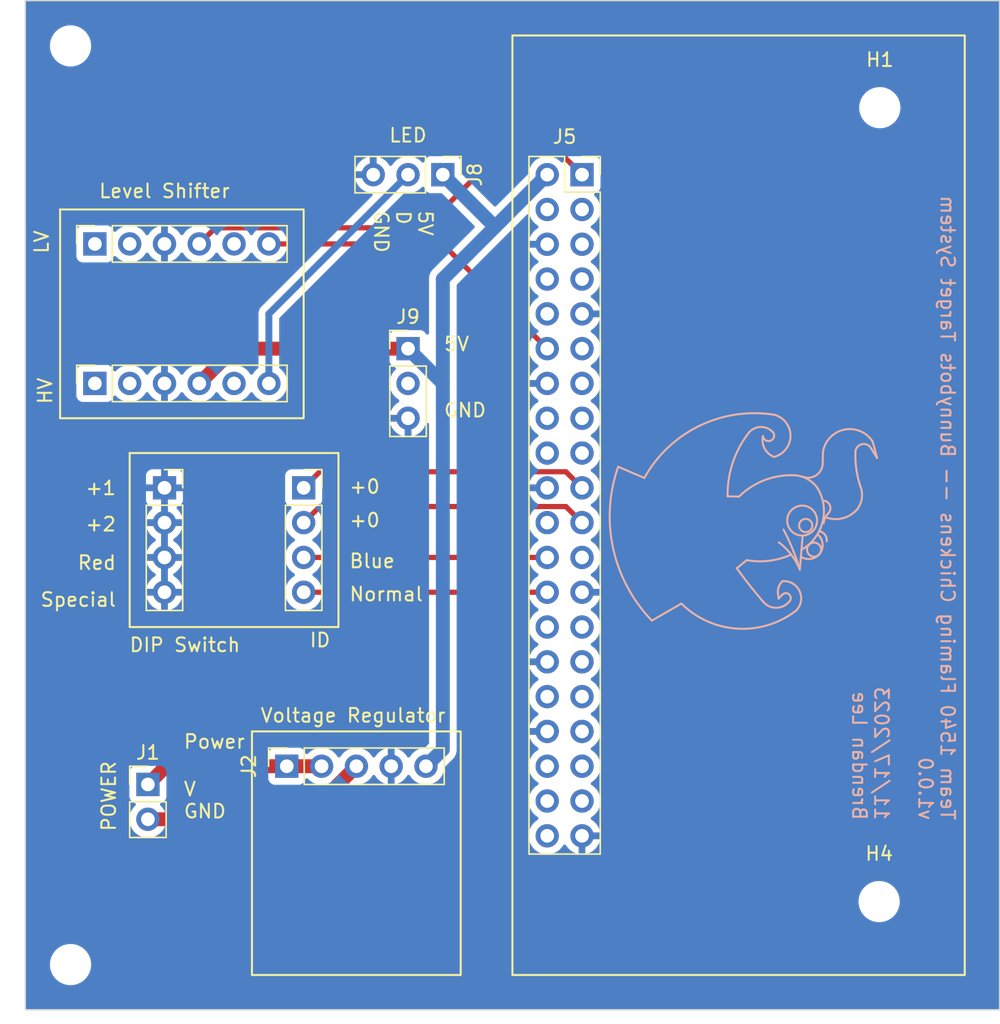
<source format=kicad_pcb>
(kicad_pcb (version 20221018) (generator pcbnew)
  (layers (0 "F.Cu" signal) (31 "B.Cu" signal) (34 "B.Paste" user) (35 "F.Paste" user) (36 "B.SilkS" user "B.Silkscreen") (37 "F.SilkS" user "F.Silkscreen") (38 "B.Mask" user) (39 "F.Mask" user) (44 "Edge.Cuts" user))
  (net 0 "")
  (net 1 "+6V")
  (net 2 "GND")
  (net 3 "GND1")
  (net 4 "+5V")
  (net 5 "Net-(J3-Pin_1)")
  (net 6 "Net-(J3-Pin_2)")
  (net 7 "Net-(J3-Pin_3)")
  (net 8 "Net-(J3-Pin_4)")
  (net 9 "+3.3V")
  (net 17 "Net-(J5-GPIO18{slash}PWM0)")
  (net 42 "/LEDData")
  (footprint "Connector_PinHeader_2.54mm:PinHeader_1x02_P2.54mm_Vertical" (layer "F.Cu") (at 118.17 135.95)
    (fp_text reference "J1" (at 0 -2.33) (layer "F.SilkS"))
    (fp_text value "Conn_01x02")
    (fp_line (start -1.33 -1.33) (end 0 -1.33) (stroke (width 0.12)) (layer "F.SilkS"))
    (fp_line (start -1.33 0) (end -1.33 -1.33) (stroke (width 0.12)) (layer "F.SilkS"))
    (fp_line (start -1.33 1.27) (end -1.33 3.87) (stroke (width 0.12)) (layer "F.SilkS"))
    (fp_line (start -1.33 1.27) (end 1.33 1.27) (stroke (width 0.12)) (layer "F.SilkS"))
    (fp_line (start -1.33 3.87) (end 1.33 3.87) (stroke (width 0.12)) (layer "F.SilkS"))
    (fp_line (start 1.33 1.27) (end 1.33 3.87) (stroke (width 0.12)) (layer "F.SilkS"))
    (pad "1" thru_hole rect (at 0 0) (size 1.7 1.7) (drill 1) (layers "*.Cu" "*.Mask") (net 1 "+6V"))
    (pad "2" thru_hole oval (at 0 2.54) (size 1.7 1.7) (drill 1) (layers "*.Cu" "*.Mask") (net 2 "GND"))
  )
  (footprint "Connector_PinHeader_2.54mm:PinHeader_1x03_P2.54mm_Vertical" (layer "F.Cu") (at 139.7 91.44 -90)
    (fp_text reference "J8" (at 0 -2.33 90) (layer "F.SilkS"))
    (fp_text value "Conn_01x03" hide)
    (fp_line (start -1.33 -1.33) (end 0 -1.33) (stroke (width 0.12)) (layer "F.SilkS"))
    (fp_line (start -1.33 0) (end -1.33 -1.33) (stroke (width 0.12)) (layer "F.SilkS"))
    (fp_line (start -1.33 1.27) (end -1.33 6.41) (stroke (width 0.12)) (layer "F.SilkS"))
    (fp_line (start -1.33 1.27) (end 1.33 1.27) (stroke (width 0.12)) (layer "F.SilkS"))
    (fp_line (start -1.33 6.41) (end 1.33 6.41) (stroke (width 0.12)) (layer "F.SilkS"))
    (fp_line (start 1.33 1.27) (end 1.33 6.41) (stroke (width 0.12)) (layer "F.SilkS"))
    (pad "1" thru_hole rect (at 0 0 270) (size 1.7 1.7) (drill 1) (layers "*.Cu" "*.Mask") (net 4 "+5V"))
    (pad "2" thru_hole oval (at 0 2.54 270) (size 1.7 1.7) (drill 1) (layers "*.Cu" "*.Mask") (net 42 "/LEDData"))
    (pad "3" thru_hole oval (at 0 5.08 270) (size 1.7 1.7) (drill 1) (layers "*.Cu" "*.Mask") (net 3 "GND1"))
  )
  (footprint "MountingHole:MountingHole_2.5mm" (layer "F.Cu") (at 171.55 144.5)
    (fp_text reference "H4" (at 0 -3.5) (layer "F.SilkS"))
    (fp_text value "MountingHole")
    (pad "" np_thru_hole circle (at 0 0) (size 2.5 2.5) (drill 2.5) (layers "*.Cu" "*.Mask"))
  )
  (footprint "Connector_PinSocket_2.54mm:PinSocket_1x06_P2.54mm_Vertical" (layer "F.Cu") (at 114.3 106.68 90)
    (fp_text reference "J7" hide)
    (fp_text value "Conn_01x06" hide)
    (fp_line (start -1.33 1.27) (end -1.33 14.03) (stroke (width 0.12)) (layer "F.SilkS"))
    (fp_line (start -1.33 1.27) (end 1.33 1.27) (stroke (width 0.12)) (layer "F.SilkS"))
    (fp_line (start -1.33 14.03) (end 1.33 14.03) (stroke (width 0.12)) (layer "F.SilkS"))
    (fp_line (start 0 -1.33) (end 1.33 -1.33) (stroke (width 0.12)) (layer "F.SilkS"))
    (fp_line (start 1.33 -1.33) (end 1.33 0) (stroke (width 0.12)) (layer "F.SilkS"))
    (fp_line (start 1.33 1.27) (end 1.33 14.03) (stroke (width 0.12)) (layer "F.SilkS"))
    (pad "1" thru_hole rect (at 0 0 90) (size 1.7 1.7) (drill 1) (layers "*.Cu" "*.Mask"))
    (pad "2" thru_hole oval (at 0 2.54 90) (size 1.7 1.7) (drill 1) (layers "*.Cu" "*.Mask"))
    (pad "3" thru_hole oval (at 0 5.08 90) (size 1.7 1.7) (drill 1) (layers "*.Cu" "*.Mask") (net 3 "GND1"))
    (pad "4" thru_hole oval (at 0 7.62 90) (size 1.7 1.7) (drill 1) (layers "*.Cu" "*.Mask") (net 4 "+5V"))
    (pad "5" thru_hole oval (at 0 10.16 90) (size 1.7 1.7) (drill 1) (layers "*.Cu" "*.Mask"))
    (pad "6" thru_hole oval (at 0 12.7 90) (size 1.7 1.7) (drill 1) (layers "*.Cu" "*.Mask") (net 42 "/LEDData"))
  )
  (footprint "Connector_PinSocket_2.54mm:PinSocket_2x20_P2.54mm_Vertical" (layer "F.Cu") (at 149.86 91.44)
    (fp_text reference "J5" (at -1.27 -2.77) (layer "F.SilkS"))
    (fp_text value "Raspberry_Pi_2_3")
    (fp_line (start -3.87 -1.33) (end -3.87 49.59) (stroke (width 0.12)) (layer "F.SilkS"))
    (fp_line (start -3.87 -1.33) (end -1.27 -1.33) (stroke (width 0.12)) (layer "F.SilkS"))
    (fp_line (start -3.87 49.59) (end 1.33 49.59) (stroke (width 0.12)) (layer "F.SilkS"))
    (fp_line (start -1.27 -1.33) (end -1.27 1.27) (stroke (width 0.12)) (layer "F.SilkS"))
    (fp_line (start -1.27 1.27) (end 1.33 1.27) (stroke (width 0.12)) (layer "F.SilkS"))
    (fp_line (start 0 -1.33) (end 1.33 -1.33) (stroke (width 0.12)) (layer "F.SilkS"))
    (fp_line (start 1.33 -1.33) (end 1.33 0) (stroke (width 0.12)) (layer "F.SilkS"))
    (fp_line (start 1.33 1.27) (end 1.33 49.59) (stroke (width 0.12)) (layer "F.SilkS"))
    (pad "1" thru_hole rect (at 0 0) (size 1.7 1.7) (drill 1) (layers "*.Cu" "*.Mask") (net 9 "+3.3V"))
    (pad "2" thru_hole oval (at -2.54 0) (size 1.7 1.7) (drill 1) (layers "*.Cu" "*.Mask") (net 4 "+5V"))
    (pad "3" thru_hole oval (at 0 2.54) (size 1.7 1.7) (drill 1) (layers "*.Cu" "*.Mask"))
    (pad "4" thru_hole oval (at -2.54 2.54) (size 1.7 1.7) (drill 1) (layers "*.Cu" "*.Mask"))
    (pad "5" thru_hole oval (at 0 5.08) (size 1.7 1.7) (drill 1) (layers "*.Cu" "*.Mask"))
    (pad "6" thru_hole oval (at -2.54 5.08) (size 1.7 1.7) (drill 1) (layers "*.Cu" "*.Mask") (net 3 "GND1"))
    (pad "7" thru_hole oval (at 0 7.62) (size 1.7 1.7) (drill 1) (layers "*.Cu" "*.Mask"))
    (pad "8" thru_hole oval (at -2.54 7.62) (size 1.7 1.7) (drill 1) (layers "*.Cu" "*.Mask"))
    (pad "9" thru_hole oval (at 0 10.16) (size 1.7 1.7) (drill 1) (layers "*.Cu" "*.Mask") (net 3 "GND1"))
    (pad "10" thru_hole oval (at -2.54 10.16) (size 1.7 1.7) (drill 1) (layers "*.Cu" "*.Mask"))
    (pad "11" thru_hole oval (at 0 12.7) (size 1.7 1.7) (drill 1) (layers "*.Cu" "*.Mask"))
    (pad "12" thru_hole oval (at -2.54 12.7) (size 1.7 1.7) (drill 1) (layers "*.Cu" "*.Mask") (net 17 "Net-(J5-GPIO18{slash}PWM0)"))
    (pad "13" thru_hole oval (at 0 15.24) (size 1.7 1.7) (drill 1) (layers "*.Cu" "*.Mask"))
    (pad "14" thru_hole oval (at -2.54 15.24) (size 1.7 1.7) (drill 1) (layers "*.Cu" "*.Mask") (net 3 "GND1"))
    (pad "15" thru_hole oval (at 0 17.78) (size 1.7 1.7) (drill 1) (layers "*.Cu" "*.Mask"))
    (pad "16" thru_hole oval (at -2.54 17.78) (size 1.7 1.7) (drill 1) (layers "*.Cu" "*.Mask"))
    (pad "17" thru_hole oval (at 0 20.32) (size 1.7 1.7) (drill 1) (layers "*.Cu" "*.Mask"))
    (pad "18" thru_hole oval (at -2.54 20.32) (size 1.7 1.7) (drill 1) (layers "*.Cu" "*.Mask"))
    (pad "19" thru_hole oval (at 0 22.86) (size 1.7 1.7) (drill 1) (layers "*.Cu" "*.Mask") (net 5 "Net-(J3-Pin_1)"))
    (pad "20" thru_hole oval (at -2.54 22.86) (size 1.7 1.7) (drill 1) (layers "*.Cu" "*.Mask") (net 3 "GND1"))
    (pad "21" thru_hole oval (at 0 25.4) (size 1.7 1.7) (drill 1) (layers "*.Cu" "*.Mask") (net 6 "Net-(J3-Pin_2)"))
    (pad "22" thru_hole oval (at -2.54 25.4) (size 1.7 1.7) (drill 1) (layers "*.Cu" "*.Mask"))
    (pad "23" thru_hole oval (at 0 27.94) (size 1.7 1.7) (drill 1) (layers "*.Cu" "*.Mask"))
    (pad "24" thru_hole oval (at -2.54 27.94) (size 1.7 1.7) (drill 1) (layers "*.Cu" "*.Mask") (net 7 "Net-(J3-Pin_3)"))
    (pad "25" thru_hole oval (at 0 30.48) (size 1.7 1.7) (drill 1) (layers "*.Cu" "*.Mask") (net 3 "GND1"))
    (pad "26" thru_hole oval (at -2.54 30.48) (size 1.7 1.7) (drill 1) (layers "*.Cu" "*.Mask") (net 8 "Net-(J3-Pin_4)"))
    (pad "27" thru_hole oval (at 0 33.02) (size 1.7 1.7) (drill 1) (layers "*.Cu" "*.Mask"))
    (pad "28" thru_hole oval (at -2.54 33.02) (size 1.7 1.7) (drill 1) (layers "*.Cu" "*.Mask"))
    (pad "29" thru_hole oval (at 0 35.56) (size 1.7 1.7) (drill 1) (layers "*.Cu" "*.Mask"))
    (pad "30" thru_hole oval (at -2.54 35.56) (size 1.7 1.7) (drill 1) (layers "*.Cu" "*.Mask") (net 3 "GND1"))
    (pad "31" thru_hole oval (at 0 38.1) (size 1.7 1.7) (drill 1) (layers "*.Cu" "*.Mask"))
    (pad "32" thru_hole oval (at -2.54 38.1) (size 1.7 1.7) (drill 1) (layers "*.Cu" "*.Mask"))
    (pad "33" thru_hole oval (at 0 40.64) (size 1.7 1.7) (drill 1) (layers "*.Cu" "*.Mask"))
    (pad "34" thru_hole oval (at -2.54 40.64) (size 1.7 1.7) (drill 1) (layers "*.Cu" "*.Mask") (net 3 "GND1"))
    (pad "35" thru_hole oval (at 0 43.18) (size 1.7 1.7) (drill 1) (layers "*.Cu" "*.Mask"))
    (pad "36" thru_hole oval (at -2.54 43.18) (size 1.7 1.7) (drill 1) (layers "*.Cu" "*.Mask"))
    (pad "37" thru_hole oval (at 0 45.72) (size 1.7 1.7) (drill 1) (layers "*.Cu" "*.Mask"))
    (pad "38" thru_hole oval (at -2.54 45.72) (size 1.7 1.7) (drill 1) (layers "*.Cu" "*.Mask"))
    (pad "39" thru_hole oval (at 0 48.26) (size 1.7 1.7) (drill 1) (layers "*.Cu" "*.Mask") (net 3 "GND1"))
    (pad "40" thru_hole oval (at -2.54 48.26) (size 1.7 1.7) (drill 1) (layers "*.Cu" "*.Mask"))
  )
  (footprint "Connector_PinSocket_2.54mm:PinSocket_1x05_P2.54mm_Vertical" (layer "F.Cu") (at 128.31 134.62 90)
    (fp_text reference "J2" (at 0 -2.77 90) (layer "F.SilkS"))
    (fp_text value "Conn_01x05")
    (fp_line (start -1.33 1.27) (end -1.33 11.49) (stroke (width 0.12)) (layer "F.SilkS"))
    (fp_line (start -1.33 1.27) (end 1.33 1.27) (stroke (width 0.12)) (layer "F.SilkS"))
    (fp_line (start -1.33 11.49) (end 1.33 11.49) (stroke (width 0.12)) (layer "F.SilkS"))
    (fp_line (start 0 -1.33) (end 1.33 -1.33) (stroke (width 0.12)) (layer "F.SilkS"))
    (fp_line (start 1.33 -1.33) (end 1.33 0) (stroke (width 0.12)) (layer "F.SilkS"))
    (fp_line (start 1.33 1.27) (end 1.33 11.49) (stroke (width 0.12)) (layer "F.SilkS"))
    (pad "1" thru_hole rect (at 0 0 90) (size 1.7 1.7) (drill 1) (layers "*.Cu" "*.Mask") (net 1 "+6V"))
    (pad "2" thru_hole oval (at 0 2.54 90) (size 1.7 1.7) (drill 1) (layers "*.Cu" "*.Mask") (net 1 "+6V"))
    (pad "3" thru_hole oval (at 0 5.08 90) (size 1.7 1.7) (drill 1) (layers "*.Cu" "*.Mask") (net 2 "GND"))
    (pad "4" thru_hole oval (at 0 7.62 90) (size 1.7 1.7) (drill 1) (layers "*.Cu" "*.Mask") (net 3 "GND1"))
    (pad "5" thru_hole oval (at 0 10.16 90) (size 1.7 1.7) (drill 1) (layers "*.Cu" "*.Mask") (net 4 "+5V"))
  )
  (footprint "Connector_PinHeader_2.54mm:PinHeader_1x03_P2.54mm_Vertical" (layer "F.Cu") (at 137.16 104.14)
    (fp_text reference "J9" (at 0 -2.33) (layer "F.SilkS"))
    (fp_text value "Conn_01x03" hide)
    (fp_line (start -1.33 -1.33) (end 0 -1.33) (stroke (width 0.12)) (layer "F.SilkS"))
    (fp_line (start -1.33 0) (end -1.33 -1.33) (stroke (width 0.12)) (layer "F.SilkS"))
    (fp_line (start -1.33 1.27) (end -1.33 6.41) (stroke (width 0.12)) (layer "F.SilkS"))
    (fp_line (start -1.33 1.27) (end 1.33 1.27) (stroke (width 0.12)) (layer "F.SilkS"))
    (fp_line (start -1.33 6.41) (end 1.33 6.41) (stroke (width 0.12)) (layer "F.SilkS"))
    (fp_line (start 1.33 1.27) (end 1.33 6.41) (stroke (width 0.12)) (layer "F.SilkS"))
    (pad "1" thru_hole rect (at 0 0) (size 1.7 1.7) (drill 1) (layers "*.Cu" "*.Mask") (net 4 "+5V"))
    (pad "2" thru_hole oval (at 0 2.54) (size 1.7 1.7) (drill 1) (layers "*.Cu" "*.Mask"))
    (pad "3" thru_hole oval (at 0 5.08) (size 1.7 1.7) (drill 1) (layers "*.Cu" "*.Mask") (net 3 "GND1"))
  )
  (footprint "Connector_PinSocket_2.54mm:PinSocket_1x04_P2.54mm_Vertical" (layer "F.Cu") (at 119.38 114.3)
    (fp_text reference "J4" hide)
    (fp_text value "Conn_01x04" hide)
    (fp_line (start -1.33 1.27) (end -1.33 8.95) (stroke (width 0.12)) (layer "F.SilkS"))
    (fp_line (start -1.33 1.27) (end 1.33 1.27) (stroke (width 0.12)) (layer "F.SilkS"))
    (fp_line (start -1.33 8.95) (end 1.33 8.95) (stroke (width 0.12)) (layer "F.SilkS"))
    (fp_line (start 0 -1.33) (end 1.33 -1.33) (stroke (width 0.12)) (layer "F.SilkS"))
    (fp_line (start 1.33 -1.33) (end 1.33 0) (stroke (width 0.12)) (layer "F.SilkS"))
    (fp_line (start 1.33 1.27) (end 1.33 8.95) (stroke (width 0.12)) (layer "F.SilkS"))
    (pad "1" thru_hole rect (at 0 0) (size 1.7 1.7) (drill 1) (layers "*.Cu" "*.Mask") (net 3 "GND1"))
    (pad "2" thru_hole oval (at 0 2.54) (size 1.7 1.7) (drill 1) (layers "*.Cu" "*.Mask") (net 3 "GND1"))
    (pad "3" thru_hole oval (at 0 5.08) (size 1.7 1.7) (drill 1) (layers "*.Cu" "*.Mask") (net 3 "GND1"))
    (pad "4" thru_hole oval (at 0 7.62) (size 1.7 1.7) (drill 1) (layers "*.Cu" "*.Mask") (net 3 "GND1"))
  )
  (footprint "MountingHole:MountingHole_2.5mm" (layer "F.Cu") (at 112.522 149.098)
    (fp_text reference "H3" hide)
    (fp_text value "MountingHole")
    (pad "" np_thru_hole circle (at 0 0) (size 2.5 2.5) (drill 2.5) (layers "*.Cu" "*.Mask"))
  )
  (footprint "Connector_PinSocket_2.54mm:PinSocket_1x04_P2.54mm_Vertical" (layer "F.Cu") (at 129.54 114.3)
    (fp_text reference "J3" hide)
    (fp_text value "Conn_01x04" hide)
    (fp_line (start -1.33 1.27) (end -1.33 8.95) (stroke (width 0.12)) (layer "F.SilkS"))
    (fp_line (start -1.33 1.27) (end 1.33 1.27) (stroke (width 0.12)) (layer "F.SilkS"))
    (fp_line (start -1.33 8.95) (end 1.33 8.95) (stroke (width 0.12)) (layer "F.SilkS"))
    (fp_line (start 0 -1.33) (end 1.33 -1.33) (stroke (width 0.12)) (layer "F.SilkS"))
    (fp_line (start 1.33 -1.33) (end 1.33 0) (stroke (width 0.12)) (layer "F.SilkS"))
    (fp_line (start 1.33 1.27) (end 1.33 8.95) (stroke (width 0.12)) (layer "F.SilkS"))
    (pad "1" thru_hole rect (at 0 0) (size 1.7 1.7) (drill 1) (layers "*.Cu" "*.Mask") (net 5 "Net-(J3-Pin_1)"))
    (pad "2" thru_hole oval (at 0 2.54) (size 1.7 1.7) (drill 1) (layers "*.Cu" "*.Mask") (net 6 "Net-(J3-Pin_2)"))
    (pad "3" thru_hole oval (at 0 5.08) (size 1.7 1.7) (drill 1) (layers "*.Cu" "*.Mask") (net 7 "Net-(J3-Pin_3)"))
    (pad "4" thru_hole oval (at 0 7.62) (size 1.7 1.7) (drill 1) (layers "*.Cu" "*.Mask") (net 8 "Net-(J3-Pin_4)"))
  )
  (footprint "Connector_PinSocket_2.54mm:PinSocket_1x06_P2.54mm_Vertical" (layer "F.Cu") (at 114.3 96.495 90)
    (fp_text reference "J6" hide)
    (fp_text value "Conn_01x06" hide)
    (fp_line (start -1.33 1.27) (end -1.33 14.03) (stroke (width 0.12)) (layer "F.SilkS"))
    (fp_line (start -1.33 1.27) (end 1.33 1.27) (stroke (width 0.12)) (layer "F.SilkS"))
    (fp_line (start -1.33 14.03) (end 1.33 14.03) (stroke (width 0.12)) (layer "F.SilkS"))
    (fp_line (start 0 -1.33) (end 1.33 -1.33) (stroke (width 0.12)) (layer "F.SilkS"))
    (fp_line (start 1.33 -1.33) (end 1.33 0) (stroke (width 0.12)) (layer "F.SilkS"))
    (fp_line (start 1.33 1.27) (end 1.33 14.03) (stroke (width 0.12)) (layer "F.SilkS"))
    (pad "1" thru_hole rect (at 0 0 90) (size 1.7 1.7) (drill 1) (layers "*.Cu" "*.Mask"))
    (pad "2" thru_hole oval (at 0 2.54 90) (size 1.7 1.7) (drill 1) (layers "*.Cu" "*.Mask"))
    (pad "3" thru_hole oval (at 0 5.08 90) (size 1.7 1.7) (drill 1) (layers "*.Cu" "*.Mask") (net 3 "GND1"))
    (pad "4" thru_hole oval (at 0 7.62 90) (size 1.7 1.7) (drill 1) (layers "*.Cu" "*.Mask") (net 9 "+3.3V"))
    (pad "5" thru_hole oval (at 0 10.16 90) (size 1.7 1.7) (drill 1) (layers "*.Cu" "*.Mask"))
    (pad "6" thru_hole oval (at 0 12.7 90) (size 1.7 1.7) (drill 1) (layers "*.Cu" "*.Mask") (net 17 "Net-(J5-GPIO18{slash}PWM0)"))
  )
  (footprint "MountingHole:MountingHole_2.5mm" (layer "F.Cu") (at 171.6 86.55)
    (fp_text reference "H1" (at 0 -3.5) (layer "F.SilkS"))
    (fp_text value "MountingHole")
    (pad "" np_thru_hole circle (at 0 0) (size 2.5 2.5) (drill 2.5) (layers "*.Cu" "*.Mask"))
  )
  (footprint "MountingHole:MountingHole_2.5mm" (layer "F.Cu") (at 112.522 82.042)
    (fp_text reference "H2" hide)
    (fp_text value "MountingHole")
    (pad "" np_thru_hole circle (at 0 0) (size 2.5 2.5) (drill 2.5) (layers "*.Cu" "*.Mask"))
  )
  (gr_arc (start 161.32 114.94) (mid 163.11276 113.7669) (end 165.22 113.38) (stroke (width 0.15)) (layer "B.SilkS"))
  (gr_line (start 171.08 110.93) (end 171.4 112.12) (stroke (width 0.15)) (layer "B.SilkS"))
  (gr_arc (start 160.49 114.92) (mid 160.83629 112.550413) (end 161.93 110.42) (stroke (width 0.15)) (layer "B.SilkS"))
  (gr_arc (start 170.19 114.21) (mid 170.28517 115.059475) (end 169.96 115.85) (stroke (width 0.15)) (layer "B.SilkS"))
  (gr_arc (start 164.97 122.62) (mid 164.012898 123.054814) (end 163.07 122.59) (stroke (width 0.15)) (layer "B.SilkS"))
  (gr_line (start 164.21 122.38) (end 164.16 121.96) (stroke (width 0.15)) (layer "B.SilkS"))
  (gr_line (start 165.96 117.88) (end 165.76 120.27) (stroke (width 0.15)) (layer "B.SilkS"))
  (gr_circle (center 166.19 117.05) (end 165.99 116.61) (stroke (width 0.15)) (fill none) (layer "B.SilkS"))
  (gr_arc (start 163.84 110.29) (mid 163.593709 110.869372) (end 163.07 110.52) (stroke (width 0.15)) (layer "B.SilkS"))
  (gr_line (start 160.49 114.92) (end 161.32 114.94) (stroke (width 0.15)) (layer "B.SilkS"))
  (gr_arc (start 167.43 112.56) (mid 166.946237 113.385715) (end 165.995603 113.495844) (stroke (width 0.15)) (layer "B.SilkS"))
  (gr_arc (start 164.5 121.110864) (mid 165.74035 121.837433) (end 165.496 123.254) (stroke (width 0.15)) (layer "B.SilkS"))
  (gr_arc (start 167.22 117.48) (mid 167.610619 117.742348) (end 167.72 118.2) (stroke (width 0.15)) (layer "B.SilkS"))
  (gr_arc (start 154.96 123.99) (mid 152.134524 118.724502) (end 152.5 112.76) (stroke (width 0.15)) (layer "B.SilkS"))
  (gr_line (start 154.96 123.99) (end 157.114 122.746) (stroke (width 0.15)) (layer "B.SilkS"))
  (gr_arc (start 169.82 111.63) (mid 170.332954 111.107924) (end 170.98 111.45) (stroke (width 0.15)) (layer "B.SilkS"))
  (gr_arc (start 164.57 117.35) (mid 165.238214 118.780163) (end 165.76 120.27) (stroke (width 0.15)) (layer "B.SilkS"))
  (gr_arc (start 165.22 113.38) (mid 166.284279 113.638249) (end 167.09 114.38) (stroke (width 0.15)) (layer "B.SilkS"))
  (gr_arc (start 169.96 115.85) (mid 168.874022 116.522573) (end 167.6 116.43) (stroke (width 0.15)) (layer "B.SilkS"))
  (gr_circle (center 165.93 116.69) (end 165.31 115.79) (stroke (width 0.15)) (fill none) (layer "B.SilkS"))
  (gr_arc (start 167.5 116.88) (mid 167.614964 116.486215) (end 167.85 116.15) (stroke (width 0.15)) (layer "B.SilkS"))
  (gr_arc (start 165.496 123.254) (mid 161.209376 124.577794) (end 157.114 122.746) (stroke (width 0.15)) (layer "B.SilkS"))
  (gr_arc (start 167.45 111.69) (mid 169.001672 110.052263) (end 171.08 110.93) (stroke (width 0.15)) (layer "B.SilkS"))
  (gr_line (start 171.4 112.12) (end 170.98 111.45) (stroke (width 0.15)) (layer "B.SilkS"))
  (gr_arc (start 161.93 110.42) (mid 162.851308 109.859983) (end 163.84 110.29) (stroke (width 0.15)) (layer "B.SilkS"))
  (gr_arc (start 167.11 117.74) (mid 167.233798 119.073583) (end 165.93 119.38) (stroke (width 0.15)) (layer "B.SilkS"))
  (gr_arc (start 163.88 112.04) (mid 163.190805 111.431459) (end 163.07 110.52) (stroke (width 0.15)) (layer "B.SilkS"))
  (gr_arc (start 163.86 108.96) (mid 165.08012 110.492116) (end 163.88 112.04) (stroke (width 0.15)) (layer "B.SilkS"))
  (gr_line (start 164.5 122.08) (end 164.21 122.38) (stroke (width 0.15)) (layer "B.SilkS"))
  (gr_line (start 167.43 112.56) (end 167.45 111.69) (stroke (width 0.15)) (layer "B.SilkS"))
  (gr_circle (center 166.8 118.81) (end 166.4059 118.4779) (stroke (width 0.15)) (fill none) (layer "B.SilkS"))
  (gr_arc (start 164.16 121.96) (mid 164.231474 121.495982) (end 164.5 121.110864) (stroke (width 0.15)) (layer "B.SilkS"))
  (gr_arc (start 170.19 114.21) (mid 169.885362 112.937157) (end 169.82 111.63) (stroke (width 0.15)) (layer "B.SilkS"))
  (gr_arc (start 164.5 122.08) (mid 165.005612 122.114468) (end 164.97 122.62) (stroke (width 0.15)) (layer "B.SilkS"))
  (gr_line (start 152.5 112.76) (end 154.41 113.58) (stroke (width 0.15)) (layer "B.SilkS"))
  (gr_line (start 161.16 120.17) (end 161.88 119.58) (stroke (width 0.15)) (layer "B.SilkS"))
  (gr_arc (start 154.41 113.58) (mid 158.408973 109.784945) (end 163.86 108.96) (stroke (width 0.15)) (layer "B.SilkS"))
  (gr_arc (start 167.54 115.24) (mid 167.962576 115.603848) (end 167.85 116.15) (stroke (width 0.15)) (layer "B.SilkS"))
  (gr_arc (start 164.23 118.28) (mid 165.129128 119.171876) (end 165.76 120.27) (stroke (width 0.15)) (layer "B.SilkS"))
  (gr_arc (start 165.129128 119.171872) (mid 163.535308 119.620684) (end 161.88 119.58) (stroke (width 0.15)) (layer "B.SilkS"))
  (gr_arc (start 167.09 114.38) (mid 167.415838 116.812104) (end 165.95 118.78) (stroke (width 0.15)) (layer "B.SilkS"))
  (gr_arc (start 163.07 122.59) (mid 162.088571 121.400859) (end 161.16 120.17) (stroke (width 0.15)) (layer "B.SilkS"))
  (gr_rect (start 125.765 132.08) (end 141.005 149.86) (stroke (width 0.15)) (fill none) (layer "F.SilkS"))
  (gr_rect (start 144.78 81.28) (end 177.8 149.86) (stroke (width 0.15)) (fill none) (layer "F.SilkS"))
  (gr_rect (start 116.84 111.76) (end 132.08 124.46) (stroke (width 0.15)) (fill none) (layer "F.SilkS"))
  (gr_rect (start 111.76 93.98) (end 129.54 109.22) (stroke (width 0.15)) (fill none) (layer "F.SilkS"))
  (gr_rect (start 109.22 78.74) (end 180.34 152.4) (stroke (width 0.1)) (fill none) (layer "Edge.Cuts"))
  (gr_text "Team 1540 Flaming Chickens -- Bunnybots Target System\nv1.0.0\n\n11/17/2023\nBrendan Lee\n\n" (at 167.91 138.64 270) (layer "B.SilkS") (effects (font (size 1 1)) (justify left bottom mirror)))
  (gr_text "LED" (at 135.7 89.15) (layer "F.SilkS") (effects (font (size 1 1)) (justify left bottom)))
  (gr_text "Voltage Regulator" (at 133.15 131.5) (layer "F.SilkS") (effects (font (size 1 1)) (justify bottom)))
  (gr_text "5V\nD\nGND" (at 134.62 93.98 -90) (layer "F.SilkS") (effects (font (size 1 1)) (justify left bottom)))
  (gr_text "Normal" (at 132.8 122.647043) (layer "F.SilkS") (effects (font (size 1 1)) (justify left bottom)))
  (gr_text "V\nGND" (at 120.71 138.49) (layer "F.SilkS") (effects (font (size 1 1)) (justify left bottom)))
  (gr_text "+1" (at 113.533145 114.897043) (layer "F.SilkS") (effects (font (size 1 1)) (justify left bottom)))
  (gr_text "POWER" (at 115.9 139.45 90) (layer "F.SilkS") (effects (font (size 1 1)) (justify left bottom)))
  (gr_text "Power" (at 120.71 133.41) (layer "F.SilkS") (effects (font (size 1 1)) (justify left bottom)))
  (gr_text "ID" (at 129.9 126) (layer "F.SilkS") (effects (font (size 1 1)) (justify left bottom)))
  (gr_text "+2" (at 113.533145 117.542513) (layer "F.SilkS") (effects (font (size 1 1)) (justify left bottom)))
  (gr_text "Special" (at 110.24743 123.047043) (layer "F.SilkS") (effects (font (size 1 1)) (justify left bottom)))
  (gr_text "LV" (at 110.998 97.282 90) (layer "F.SilkS") (effects (font (size 1 1)) (justify left bottom)))
  (gr_text "Red" (at 112.961716 120.353326) (layer "F.SilkS") (effects (font (size 1 1)) (justify left bottom)))
  (gr_text "+0" (at 132.8 114.8) (layer "F.SilkS") (effects (font (size 1 1)) (justify left bottom)))
  (gr_text "HV" (at 111.252 106.172 90) (layer "F.SilkS") (effects (font (size 1 1)) (justify right bottom)))
  (gr_text "5V\n\n\nGND" (at 139.7 109.22) (layer "F.SilkS") (effects (font (size 1 1)) (justify left bottom)))
  (gr_text "Blue" (at 132.8 120.223215) (layer "F.SilkS") (effects (font (size 1 1)) (justify left bottom)))
  (gr_text "Level Shifter" (at 119.38 93.218) (layer "F.SilkS") (effects (font (size 1 1)) (justify bottom)))
  (gr_text "+0" (at 132.8 117.24706) (layer "F.SilkS") (effects (font (size 1 1)) (justify left bottom)))
  (gr_text "DIP Switch" (at 116.75 126.35) (layer "F.SilkS") (effects (font (size 1 1)) (justify left bottom)))
  (segment (start 119.5 134.62) (end 118.17 135.95) (width 1.016) (layer "F.Cu") (net 1))
  (segment (start 130.85 134.62) (end 119.5 134.62) (width 1.016) (layer "F.Cu") (net 1))
  (segment (start 129.52 138.49) (end 133.39 134.62) (width 1.016) (layer "F.Cu") (net 2))
  (segment (start 118.17 138.49) (end 129.52 138.49) (width 1.016) (layer "F.Cu") (net 2))
  (segment (start 124.46 104.14) (end 121.92 106.68) (width 1.016) (layer "F.Cu") (net 4))
  (segment (start 137.16 104.14) (end 124.46 104.14) (width 1.016) (layer "F.Cu") (net 4))
  (segment (start 139.7 106.68) (end 137.16 104.14) (width 1.016) (layer "B.Cu") (net 4))
  (segment (start 139.7 99.06) (end 143.51 95.25) (width 1.016) (layer "B.Cu") (net 4))
  (segment (start 143.51 95.25) (end 139.7 91.44) (width 1.016) (layer "B.Cu") (net 4))
  (segment (start 138.47 134.62) (end 139.7 133.39) (width 1.016) (layer "B.Cu") (net 4))
  (segment (start 139.7 133.39) (end 139.7 106.68) (width 1.016) (layer "B.Cu") (net 4))
  (segment (start 143.51 95.25) (end 147.32 91.44) (width 1.016) (layer "B.Cu") (net 4))
  (segment (start 139.7 106.68) (end 139.7 99.06) (width 1.016) (layer "B.Cu") (net 4))
  (segment (start 130.715 113.125) (end 148.685 113.125) (width 0.381) (layer "F.Cu") (net 5))
  (segment (start 129.54 114.3) (end 130.715 113.125) (width 0.381) (layer "F.Cu") (net 5))
  (segment (start 148.685 113.125) (end 149.86 114.3) (width 0.381) (layer "F.Cu") (net 5))
  (segment (start 130.715 115.665) (end 148.685 115.665) (width 0.381) (layer "F.Cu") (net 6))
  (segment (start 148.685 115.665) (end 149.86 116.84) (width 0.381) (layer "F.Cu") (net 6))
  (segment (start 129.54 116.84) (end 130.715 115.665) (width 0.381) (layer "F.Cu") (net 6))
  (segment (start 129.54 119.38) (end 147.32 119.38) (width 0.381) (layer "F.Cu") (net 7))
  (segment (start 129.54 121.92) (end 147.32 121.92) (width 0.381) (layer "F.Cu") (net 8))
  (segment (start 144.78 88.9) (end 147.32 88.9) (width 0.381) (layer "F.Cu") (net 9))
  (segment (start 123.095 95.32) (end 138.36 95.32) (width 0.381) (layer "F.Cu") (net 9))
  (segment (start 121.92 96.495) (end 123.095 95.32) (width 0.381) (layer "F.Cu") (net 9))
  (segment (start 138.36 95.32) (end 144.78 88.9) (width 0.381) (layer "F.Cu") (net 9))
  (segment (start 147.32 88.9) (end 149.86 91.44) (width 0.381) (layer "F.Cu") (net 9))
  (segment (start 127 96.495) (end 139.675 96.495) (width 0.381) (layer "F.Cu") (net 17))
  (segment (start 139.675 96.495) (end 147.32 104.14) (width 0.381) (layer "F.Cu") (net 17))
  (segment (start 137.16 91.44) (end 127 101.6) (width 0.508) (layer "B.Cu") (net 42))
  (segment (start 127 101.6) (end 127 106.68) (width 0.508) (layer "B.Cu") (net 42))
  (zone (net 3) (net_name "GND1") (layer "B.Cu") (connect_pads (clearance 0.5)) (min_thickness 0.25) (fill yes (thermal_gap 0.5) (thermal_bridge_width 0.5))
    (polygon (pts (xy 109.22 78.74) (xy 180.34 78.74) (xy 180.34 152.4) (xy 109.22 152.4)))
  )
)
</source>
